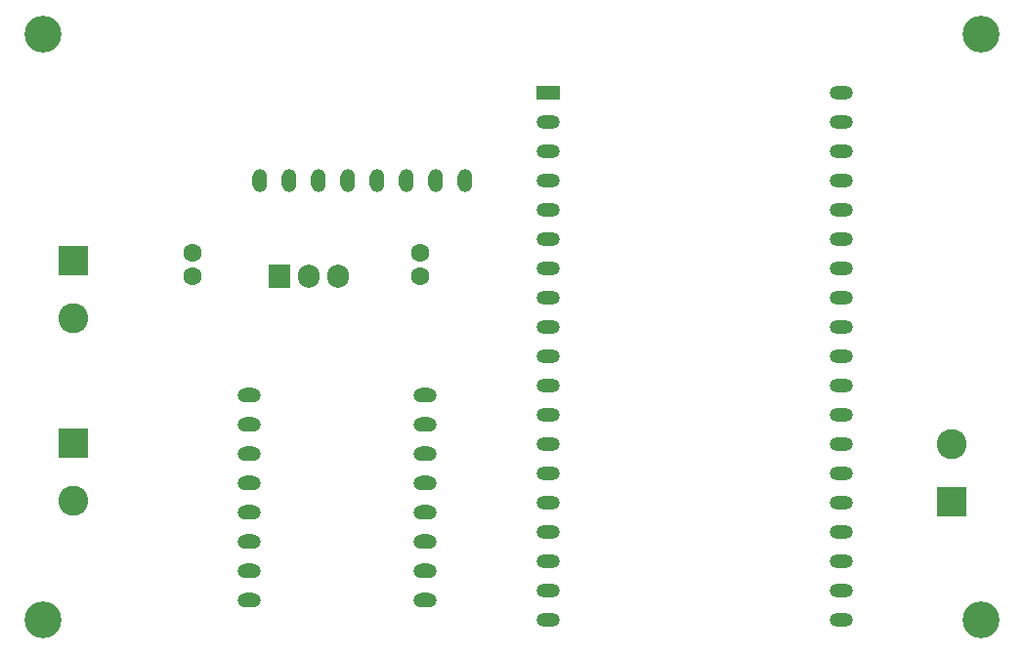
<source format=gbr>
%TF.GenerationSoftware,KiCad,Pcbnew,7.0.8*%
%TF.CreationDate,2024-04-18T13:17:51+02:00*%
%TF.ProjectId,pendulo_invertido,70656e64-756c-46f5-9f69-6e7665727469,rev?*%
%TF.SameCoordinates,Original*%
%TF.FileFunction,Soldermask,Bot*%
%TF.FilePolarity,Negative*%
%FSLAX46Y46*%
G04 Gerber Fmt 4.6, Leading zero omitted, Abs format (unit mm)*
G04 Created by KiCad (PCBNEW 7.0.8) date 2024-04-18 13:17:51*
%MOMM*%
%LPD*%
G01*
G04 APERTURE LIST*
%ADD10R,1.905000X2.000000*%
%ADD11O,1.905000X2.000000*%
%ADD12C,3.200000*%
%ADD13R,2.600000X2.600000*%
%ADD14C,2.600000*%
%ADD15O,1.270000X2.032000*%
%ADD16O,2.032000X1.270000*%
%ADD17C,1.600000*%
%ADD18R,2.000000X1.200000*%
%ADD19O,2.000000X1.200000*%
G04 APERTURE END LIST*
D10*
%TO.C,U5*%
X101740000Y-87000000D03*
D11*
X104280000Y-87000000D03*
X106820000Y-87000000D03*
%TD*%
D12*
%TO.C,H4*%
X162560000Y-116840000D03*
%TD*%
D13*
%TO.C,J3*%
X83900000Y-85700000D03*
D14*
X83900000Y-90700000D03*
%TD*%
D13*
%TO.C,J2*%
X160020000Y-106600000D03*
D14*
X160020000Y-101600000D03*
%TD*%
D15*
%TO.C,U2*%
X100070000Y-78740000D03*
X102610000Y-78740000D03*
X105150000Y-78740000D03*
X107690000Y-78740000D03*
X110230000Y-78740000D03*
X112770000Y-78740000D03*
X115310000Y-78740000D03*
X117850000Y-78740000D03*
%TD*%
D16*
%TO.C,U3*%
X99170000Y-97360000D03*
X99170000Y-99900000D03*
X99170000Y-102440000D03*
X99170000Y-104980000D03*
X99170000Y-107520000D03*
X99170000Y-110060000D03*
X99170000Y-112600000D03*
X99170000Y-115140000D03*
X114410000Y-115140000D03*
X114410000Y-112600000D03*
X114410000Y-110060000D03*
X114410000Y-107520000D03*
X114410000Y-104980000D03*
X114410000Y-102440000D03*
X114410000Y-99900000D03*
X114410000Y-97360000D03*
%TD*%
D12*
%TO.C,H1*%
X81280000Y-66040000D03*
%TD*%
D13*
%TO.C,J1*%
X83900000Y-101500000D03*
D14*
X83900000Y-106500000D03*
%TD*%
D12*
%TO.C,H3*%
X81280000Y-116840000D03*
%TD*%
%TO.C,H2*%
X162560000Y-66040000D03*
%TD*%
D17*
%TO.C,C2*%
X114000000Y-87000000D03*
X114000000Y-85000000D03*
%TD*%
D18*
%TO.C,U1*%
X125044200Y-71120000D03*
D19*
X125044200Y-73660000D03*
X125044200Y-76200000D03*
X125044200Y-78740000D03*
X125044200Y-81280000D03*
X125044200Y-83820000D03*
X125044200Y-86360000D03*
X125044200Y-88900000D03*
X125044200Y-91440000D03*
X125044200Y-93980000D03*
X125044200Y-96520000D03*
X125044200Y-99060000D03*
X125044200Y-101600000D03*
X125044200Y-104140000D03*
X125044200Y-106680000D03*
X125044200Y-109220000D03*
X125044200Y-111760000D03*
X125044200Y-114300000D03*
X125044200Y-116840000D03*
X150440520Y-116837280D03*
X150440520Y-114297280D03*
X150444200Y-111760000D03*
X150444200Y-109220000D03*
X150444200Y-106680000D03*
X150444200Y-104140000D03*
X150444200Y-101600000D03*
X150444200Y-99060000D03*
X150444200Y-96520000D03*
X150444200Y-93980000D03*
X150444200Y-91440000D03*
X150444200Y-88900000D03*
X150444200Y-86360000D03*
X150444200Y-83820000D03*
X150444200Y-81280000D03*
X150444200Y-78740000D03*
X150444200Y-76200000D03*
X150444200Y-73660000D03*
X150444200Y-71120000D03*
%TD*%
D17*
%TO.C,C1*%
X94260000Y-87000000D03*
X94260000Y-85000000D03*
%TD*%
M02*

</source>
